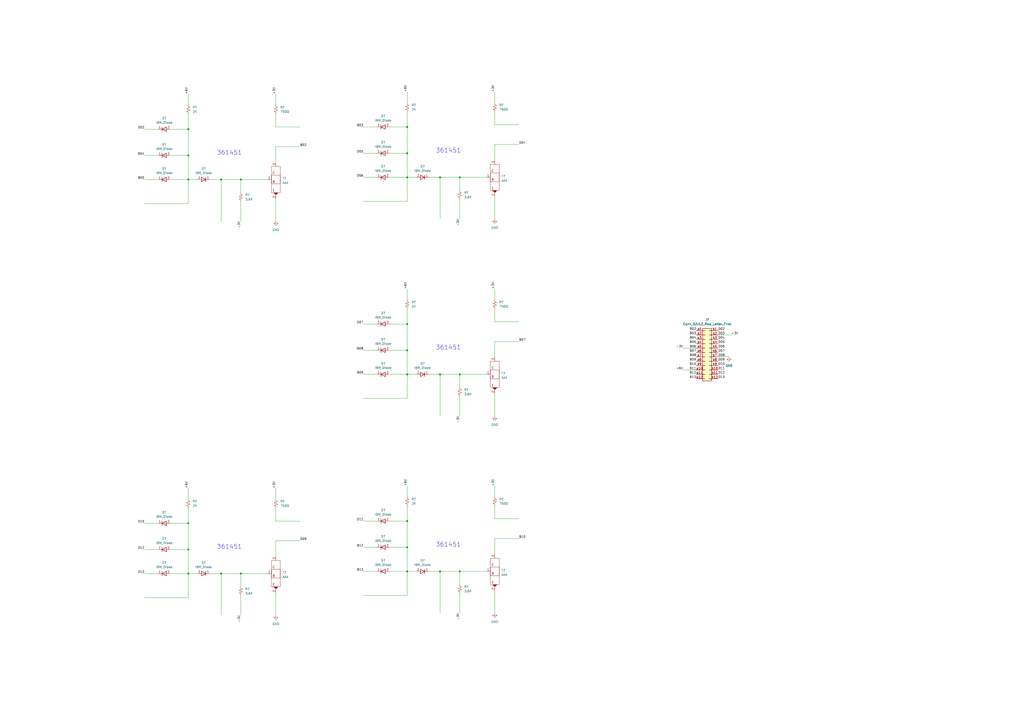
<source format=kicad_sch>
(kicad_sch (version 20211123) (generator eeschema)
  (paper "A2")
  (lib_symbols
    (symbol "Connector_Generic:Conn_02x12_Row_Letter_First" (pin_names (offset 1.016) hide)
      (property "Reference" "J" (at 1.27 15.24 0))
      (property "Value" "Conn_02x12_Row_Letter_First" (at 1.27 -17.78 0))
      (symbol "Conn_02x12_Row_Letter_First_1_1"
        (rectangle (start -1.27 -15.113) (end 0 -15.367) (stroke (width 0.1524)))
        (rectangle (start -1.27 -12.573) (end 0 -12.827) (stroke (width 0.1524)))
        (rectangle (start -1.27 -10.033) (end 0 -10.287) (stroke (width 0.1524)))
        (rectangle (start -1.27 -7.493) (end 0 -7.747) (stroke (width 0.1524)))
        (rectangle (start -1.27 -4.953) (end 0 -5.207) (stroke (width 0.1524)))
        (rectangle (start -1.27 -2.413) (end 0 -2.667) (stroke (width 0.1524)))
        (rectangle (start -1.27 0.127) (end 0 -0.127) (stroke (width 0.1524)))
        (rectangle (start -1.27 2.667) (end 0 2.413) (stroke (width 0.1524)))
        (rectangle (start -1.27 5.207) (end 0 4.953) (stroke (width 0.1524)))
        (rectangle (start -1.27 7.747) (end 0 7.493) (stroke (width 0.1524)))
        (rectangle (start -1.27 10.287) (end 0 10.033) (stroke (width 0.1524)))
        (rectangle (start -1.27 12.827) (end 0 12.573) (stroke (width 0.1524)))
        (rectangle (start -1.27 13.97) (end 3.81 -16.51) (stroke (width 0.254)) (fill (type background)))
        (rectangle (start 3.81 -15.113) (end 2.54 -15.367) (stroke (width 0.1524)))
        (rectangle (start 3.81 -12.573) (end 2.54 -12.827) (stroke (width 0.1524)))
        (rectangle (start 3.81 -10.033) (end 2.54 -10.287) (stroke (width 0.1524)))
        (rectangle (start 3.81 -7.493) (end 2.54 -7.747) (stroke (width 0.1524)))
        (rectangle (start 3.81 -4.953) (end 2.54 -5.207) (stroke (width 0.1524)))
        (rectangle (start 3.81 -2.413) (end 2.54 -2.667) (stroke (width 0.1524)))
        (rectangle (start 3.81 0.127) (end 2.54 -0.127) (stroke (width 0.1524)))
        (rectangle (start 3.81 2.667) (end 2.54 2.413) (stroke (width 0.1524)))
        (rectangle (start 3.81 5.207) (end 2.54 4.953) (stroke (width 0.1524)))
        (rectangle (start 3.81 7.747) (end 2.54 7.493) (stroke (width 0.1524)))
        (rectangle (start 3.81 10.287) (end 2.54 10.033) (stroke (width 0.1524)))
        (rectangle (start 3.81 12.827) (end 2.54 12.573) (stroke (width 0.1524)))
        (pin passive line (at -5.08 12.7 0) (length 3.81) (name "Pin_a1") (number "a1"))
        (pin passive line (at -5.08 -10.16 0) (length 3.81) (name "Pin_a10") (number "a10"))
        (pin passive line (at -5.08 -12.7 0) (length 3.81) (name "Pin_a11") (number "a11"))
        (pin passive line (at -5.08 -15.24 0) (length 3.81) (name "Pin_a12") (number "a12"))
        (pin passive line (at -5.08 10.16 0) (length 3.81) (name "Pin_a2") (number "a2"))
        (pin passive line (at -5.08 7.62 0) (length 3.81) (name "Pin_a3") (number "a3"))
        (pin passive line (at -5.08 5.08 0) (length 3.81) (name "Pin_a4") (number "a4"))
        (pin passive line (at -5.08 2.54 0) (length 3.81) (name "Pin_a5") (number "a5"))
        (pin passive line (at -5.08 0 0) (length 3.81) (name "Pin_a6") (number "a6"))
        (pin passive line (at -5.08 -2.54 0) (length 3.81) (name "Pin_a7") (number "a7"))
        (pin passive line (at -5.08 -5.08 0) (length 3.81) (name "Pin_a8") (number "a8"))
        (pin passive line (at -5.08 -7.62 0) (length 3.81) (name "Pin_a9") (number "a9"))
        (pin passive line (at 7.62 12.7 180) (length 3.81) (name "Pin_b1") (number "b1"))
        (pin passive line (at 7.62 -10.16 180) (length 3.81) (name "Pin_b10") (number "b10"))
        (pin passive line (at 7.62 -12.7 180) (length 3.81) (name "Pin_b11") (number "b11"))
        (pin passive line (at 7.62 -15.24 180) (length 3.81) (name "Pin_b12") (number "b12"))
        (pin passive line (at 7.62 10.16 180) (length 3.81) (name "Pin_b2") (number "b2"))
        (pin passive line (at 7.62 7.62 180) (length 3.81) (name "Pin_b3") (number "b3"))
        (pin passive line (at 7.62 5.08 180) (length 3.81) (name "Pin_b4") (number "b4"))
        (pin passive line (at 7.62 2.54 180) (length 3.81) (name "Pin_b5") (number "b5"))
        (pin passive line (at 7.62 0 180) (length 3.81) (name "Pin_b6") (number "b6"))
        (pin passive line (at 7.62 -2.54 180) (length 3.81) (name "Pin_b7") (number "b7"))
        (pin passive line (at 7.62 -5.08 180) (length 3.81) (name "Pin_b8") (number "b8"))
        (pin passive line (at 7.62 -7.62 180) (length 3.81) (name "Pin_b9") (number "b9"))
      )
    )
    (symbol "Device:R_Small_US" (pin_numbers hide) (pin_names (offset 0.254) hide)
      (property "Reference" "R" (at 0.762 0.508 0))
      (property "Value" "R_Small_US" (at 0.762 -1.016 0))
      (symbol "R_Small_US_1_1"
        (polyline (pts (xy 0 0) (xy 1.016 -0.381) (xy 0 -0.762) (xy -1.016 -1.143) (xy 0 -1.524)))
        (polyline (pts (xy 0 1.524) (xy 1.016 1.143) (xy 0 0.762) (xy -1.016 0.381) (xy 0 0)))
        (pin passive line (at 0 2.54 270) (length 1.016) (name "~") (number "1"))
        (pin passive line (at 0 -2.54 90) (length 1.016) (name "~") (number "2"))
      )
    )
    (symbol "IBM_SLT-SLD:IBM_Diode"
      (property "Reference" "D" (at 0 5.08 0))
      (property "Value" "IBM_Diode" (at 0 2.54 0))
      (symbol "IBM_Diode_0_1"
        (polyline (pts (xy -1.27 1.27) (xy -1.27 -1.27)) (stroke (width 0.254)))
        (polyline (pts (xy 1.27 0) (xy -1.27 0)))
        (polyline (pts (xy 1.27 1.27) (xy 1.27 -1.27) (xy -1.27 0) (xy 1.27 1.27)) (stroke (width 0.254)))
      )
      (symbol "IBM_Diode_1_1"
        (pin passive line (at -3.81 0 0) (length 2.54) (name "K") (number "1"))
        (pin passive line (at 3.81 0 180) (length 2.54) (name "A") (number "2"))
      )
    )
    (symbol "IBM_SLT-SLD:IBM_Transistor"
      (property "Reference" "T" (at 0 5.08 0))
      (property "Value" "IBM_Transistor" (at 7.62 8.89 0))
      (symbol "IBM_Transistor_0_0"
        (text "B" (at -1.27 -1.27 0) (effects (font (size 1.27 1.27))))
        (text "C" (at -1.27 3.81 0) (effects (font (size 1.27 1.27))))
        (text "E" (at -1.27 -6.35 0) (effects (font (size 1.27 1.27))))
      )
      (symbol "IBM_Transistor_0_1"
        (rectangle (start -2.54 2.54) (end 2.54 -2.54))
        (rectangle (start -2.54 7.62) (end 2.54 -7.62))
        (polyline (pts (xy -1.27 -7.62) (xy 0 -8.89) (xy 1.27 -7.62)) (fill (type outline)))
      )
      (symbol "IBM_Transistor_1_1"
        (pin passive line (at -5.08 0 0) (length 2.54) (name "B") (number "1"))
        (pin passive line (at 0 -11.43 90) (length 2.54) (name "E") (number "2"))
        (pin passive line (at 0 10.16 270) (length 2.54) (name "C") (number "3"))
      )
    )
    (symbol "power:GND" (power) (pin_names (offset 0))
      (property "Value" "GND" (at 0 -3.81 0))
      (symbol "GND_0_1"
        (polyline (pts (xy 0 0) (xy 0 -1.27) (xy 1.27 -1.27) (xy 0 -2.54) (xy -1.27 -1.27) (xy 0 -1.27)))
      )
      (symbol "GND_1_1"
        (pin power_in line (at 0 0 270) (length 0) hide (name "GND") (number "1"))
      )
    )
  )
  (junction (at 255.27 331.47))
  (junction (at 128.27 104.14))
  (junction (at 266.7 331.47))
  (junction (at 109.22 332.74))
  (junction (at 236.22 88.9))
  (junction (at 255.27 217.17))
  (junction (at 266.7 102.87))
  (junction (at 109.22 303.53))
  (junction (at 128.27 332.74))
  (junction (at 139.7 332.74))
  (junction (at 266.7 217.17))
  (junction (at 109.22 318.77))
  (junction (at 236.22 203.2))
  (junction (at 236.22 102.87))
  (junction (at 236.22 187.96))
  (junction (at 109.22 90.17))
  (junction (at 139.7 104.14))
  (junction (at 236.22 317.5))
  (junction (at 109.22 104.14))
  (junction (at 236.22 73.66))
  (junction (at 236.22 331.47))
  (junction (at 109.22 74.93))
  (junction (at 236.22 302.26))
  (junction (at 255.27 102.87))
  (junction (at 236.22 217.17))
  (wire (pts (xy 236.22 331.47) (xy 241.3 331.47)))
  (wire (pts (xy 287.02 300.99) (xy 300.99 300.99)))
  (wire (pts (xy 210.82 331.47) (xy 218.44 331.47)))
  (wire (pts (xy 266.7 344.17) (xy 266.7 355.6)))
  (wire (pts (xy 236.22 179.07) (xy 236.22 187.96)))
  (wire (pts (xy 210.82 102.87) (xy 218.44 102.87)))
  (wire (pts (xy 416.56 207.01) (xy 422.91 207.01)))
  (wire (pts (xy 236.22 317.5) (xy 236.22 331.47)))
  (wire (pts (xy 266.7 102.87) (xy 266.7 110.49)))
  (wire (pts (xy 287.02 179.07) (xy 287.02 186.69)))
  (wire (pts (xy 287.02 114.3) (xy 287.02 127)))
  (wire (pts (xy 236.22 217.17) (xy 241.3 217.17)))
  (wire (pts (xy 210.82 203.2) (xy 218.44 203.2)))
  (wire (pts (xy 287.02 281.94) (xy 287.02 288.29)))
  (wire (pts (xy 266.7 102.87) (xy 281.94 102.87)))
  (wire (pts (xy 139.7 332.74) (xy 154.94 332.74)))
  (wire (pts (xy 139.7 104.14) (xy 154.94 104.14)))
  (wire (pts (xy 287.02 83.82) (xy 300.99 83.82)))
  (wire (pts (xy 210.82 317.5) (xy 218.44 317.5)))
  (wire (pts (xy 160.02 283.21) (xy 160.02 289.56)))
  (wire (pts (xy 160.02 73.66) (xy 173.99 73.66)))
  (wire (pts (xy 109.22 303.53) (xy 99.06 303.53)))
  (wire (pts (xy 109.22 74.93) (xy 99.06 74.93)))
  (wire (pts (xy 255.27 102.87) (xy 266.7 102.87)))
  (wire (pts (xy 287.02 321.31) (xy 287.02 312.42)))
  (wire (pts (xy 287.02 342.9) (xy 287.02 355.6)))
  (wire (pts (xy 210.82 116.84) (xy 236.22 116.84)))
  (wire (pts (xy 109.22 303.53) (xy 109.22 318.77)))
  (wire (pts (xy 266.7 115.57) (xy 266.7 127)))
  (wire (pts (xy 266.7 331.47) (xy 281.94 331.47)))
  (wire (pts (xy 160.02 93.98) (xy 160.02 85.09)))
  (wire (pts (xy 266.7 229.87) (xy 266.7 241.3)))
  (wire (pts (xy 236.22 53.34) (xy 236.22 59.69)))
  (wire (pts (xy 287.02 207.01) (xy 287.02 198.12)))
  (wire (pts (xy 160.02 66.04) (xy 160.02 73.66)))
  (wire (pts (xy 160.02 85.09) (xy 173.99 85.09)))
  (wire (pts (xy 236.22 345.44) (xy 236.22 331.47)))
  (wire (pts (xy 236.22 88.9) (xy 236.22 102.87)))
  (wire (pts (xy 109.22 90.17) (xy 99.06 90.17)))
  (wire (pts (xy 236.22 203.2) (xy 226.06 203.2)))
  (wire (pts (xy 160.02 302.26) (xy 173.99 302.26)))
  (wire (pts (xy 83.82 104.14) (xy 91.44 104.14)))
  (wire (pts (xy 109.22 318.77) (xy 99.06 318.77)))
  (wire (pts (xy 287.02 186.69) (xy 300.99 186.69)))
  (wire (pts (xy 109.22 118.11) (xy 109.22 104.14)))
  (wire (pts (xy 139.7 116.84) (xy 139.7 128.27)))
  (wire (pts (xy 266.7 217.17) (xy 266.7 224.79)))
  (wire (pts (xy 139.7 332.74) (xy 139.7 340.36)))
  (wire (pts (xy 109.22 346.71) (xy 109.22 332.74)))
  (wire (pts (xy 160.02 54.61) (xy 160.02 60.96)))
  (wire (pts (xy 83.82 90.17) (xy 91.44 90.17)))
  (wire (pts (xy 83.82 303.53) (xy 91.44 303.53)))
  (wire (pts (xy 128.27 332.74) (xy 139.7 332.74)))
  (wire (pts (xy 226.06 217.17) (xy 236.22 217.17)))
  (wire (pts (xy 255.27 241.3) (xy 255.27 217.17)))
  (wire (pts (xy 255.27 331.47) (xy 266.7 331.47)))
  (wire (pts (xy 236.22 302.26) (xy 236.22 317.5)))
  (wire (pts (xy 236.22 231.14) (xy 236.22 217.17)))
  (wire (pts (xy 160.02 344.17) (xy 160.02 356.87)))
  (wire (pts (xy 287.02 53.34) (xy 287.02 59.69)))
  (wire (pts (xy 236.22 293.37) (xy 236.22 302.26)))
  (wire (pts (xy 210.82 302.26) (xy 218.44 302.26)))
  (wire (pts (xy 109.22 54.61) (xy 109.22 60.96)))
  (wire (pts (xy 83.82 118.11) (xy 109.22 118.11)))
  (wire (pts (xy 236.22 73.66) (xy 226.06 73.66)))
  (wire (pts (xy 160.02 313.69) (xy 173.99 313.69)))
  (wire (pts (xy 128.27 356.87) (xy 128.27 332.74)))
  (wire (pts (xy 236.22 64.77) (xy 236.22 73.66)))
  (wire (pts (xy 255.27 217.17) (xy 266.7 217.17)))
  (wire (pts (xy 128.27 128.27) (xy 128.27 104.14)))
  (wire (pts (xy 236.22 281.94) (xy 236.22 288.29)))
  (wire (pts (xy 287.02 64.77) (xy 287.02 72.39)))
  (wire (pts (xy 236.22 167.64) (xy 236.22 173.99)))
  (wire (pts (xy 83.82 74.93) (xy 91.44 74.93)))
  (wire (pts (xy 160.02 115.57) (xy 160.02 128.27)))
  (wire (pts (xy 109.22 104.14) (xy 114.3 104.14)))
  (wire (pts (xy 99.06 104.14) (xy 109.22 104.14)))
  (wire (pts (xy 287.02 198.12) (xy 300.99 198.12)))
  (wire (pts (xy 160.02 322.58) (xy 160.02 313.69)))
  (wire (pts (xy 139.7 345.44) (xy 139.7 356.87)))
  (wire (pts (xy 236.22 116.84) (xy 236.22 102.87)))
  (wire (pts (xy 248.92 331.47) (xy 255.27 331.47)))
  (wire (pts (xy 210.82 187.96) (xy 218.44 187.96)))
  (wire (pts (xy 210.82 73.66) (xy 218.44 73.66)))
  (wire (pts (xy 255.27 355.6) (xy 255.27 331.47)))
  (wire (pts (xy 109.22 90.17) (xy 109.22 104.14)))
  (wire (pts (xy 109.22 74.93) (xy 109.22 90.17)))
  (wire (pts (xy 287.02 312.42) (xy 300.99 312.42)))
  (wire (pts (xy 83.82 318.77) (xy 91.44 318.77)))
  (wire (pts (xy 83.82 332.74) (xy 91.44 332.74)))
  (wire (pts (xy 139.7 104.14) (xy 139.7 111.76)))
  (wire (pts (xy 236.22 203.2) (xy 236.22 217.17)))
  (wire (pts (xy 416.56 194.31) (xy 424.18 194.31)))
  (wire (pts (xy 83.82 346.71) (xy 109.22 346.71)))
  (wire (pts (xy 210.82 217.17) (xy 218.44 217.17)))
  (wire (pts (xy 109.22 294.64) (xy 109.22 303.53)))
  (wire (pts (xy 226.06 102.87) (xy 236.22 102.87)))
  (wire (pts (xy 109.22 318.77) (xy 109.22 332.74)))
  (wire (pts (xy 236.22 317.5) (xy 226.06 317.5)))
  (wire (pts (xy 236.22 88.9) (xy 226.06 88.9)))
  (wire (pts (xy 226.06 331.47) (xy 236.22 331.47)))
  (wire (pts (xy 396.24 214.63) (xy 403.86 214.63)))
  (wire (pts (xy 236.22 187.96) (xy 236.22 203.2)))
  (wire (pts (xy 255.27 127) (xy 255.27 102.87)))
  (wire (pts (xy 287.02 92.71) (xy 287.02 83.82)))
  (wire (pts (xy 109.22 66.04) (xy 109.22 74.93)))
  (wire (pts (xy 266.7 217.17) (xy 281.94 217.17)))
  (wire (pts (xy 236.22 302.26) (xy 226.06 302.26)))
  (wire (pts (xy 128.27 104.14) (xy 139.7 104.14)))
  (wire (pts (xy 287.02 228.6) (xy 287.02 241.3)))
  (wire (pts (xy 109.22 283.21) (xy 109.22 289.56)))
  (wire (pts (xy 236.22 73.66) (xy 236.22 88.9)))
  (wire (pts (xy 287.02 167.64) (xy 287.02 173.99)))
  (wire (pts (xy 287.02 293.37) (xy 287.02 300.99)))
  (wire (pts (xy 210.82 231.14) (xy 236.22 231.14)))
  (wire (pts (xy 248.92 217.17) (xy 255.27 217.17)))
  (wire (pts (xy 121.92 104.14) (xy 128.27 104.14)))
  (wire (pts (xy 121.92 332.74) (xy 128.27 332.74)))
  (wire (pts (xy 266.7 331.47) (xy 266.7 339.09)))
  (wire (pts (xy 236.22 102.87) (xy 241.3 102.87)))
  (wire (pts (xy 236.22 187.96) (xy 226.06 187.96)))
  (wire (pts (xy 109.22 332.74) (xy 114.3 332.74)))
  (wire (pts (xy 160.02 294.64) (xy 160.02 302.26)))
  (wire (pts (xy 396.24 201.93) (xy 403.86 201.93)))
  (wire (pts (xy 210.82 345.44) (xy 236.22 345.44)))
  (wire (pts (xy 287.02 72.39) (xy 300.99 72.39)))
  (wire (pts (xy 248.92 102.87) (xy 255.27 102.87)))
  (wire (pts (xy 99.06 332.74) (xy 109.22 332.74)))
  (wire (pts (xy 210.82 88.9) (xy 218.44 88.9)))
  (text "361451" (at 125.73 318.77 0) (effects (font (size 2.54 2.54)) (justify left bottom)))
  (text "361451" (at 125.73 90.17 0) (effects (font (size 2.54 2.54)) (justify left bottom)))
  (text "361451" (at 252.73 203.2 0) (effects (font (size 2.54 2.54)) (justify left bottom)))
  (text "361451" (at 252.73 88.9 0) (effects (font (size 2.54 2.54)) (justify left bottom)))
  (text "361451" (at 252.73 317.5 0) (effects (font (size 2.54 2.54)) (justify left bottom)))
  (label "B13" (at 210.82 331.47 180))
  (label "-3V" (at 266.7 241.3 270))
  (label "B07" (at 300.99 198.12 0))
  (label "+3V" (at 424.18 194.31 0))
  (label "B02" (at 173.99 85.09 0))
  (label "-3V" (at 396.24 201.93 180))
  (label "B04" (at 83.82 90.17 180))
  (label "D06" (at 416.56 201.93 0))
  (label "+6V" (at 396.24 214.63 180))
  (label "D13" (at 416.56 219.71 0))
  (label "D12" (at 83.82 318.77 180))
  (label "D09" (at 416.56 209.55 0))
  (label "+3V" (at 160.02 283.21 90))
  (label "B10" (at 300.99 312.42 0))
  (label "B12" (at 403.86 217.17 180))
  (label "B02" (at 403.86 191.77 180))
  (label "+6V" (at 236.22 281.94 90))
  (label "+3V" (at 287.02 53.34 90))
  (label "D05" (at 210.82 88.9 180))
  (label "B11" (at 403.86 214.63 180))
  (label "D06" (at 210.82 102.87 180))
  (label "D07" (at 416.56 204.47 0))
  (label "+6V" (at 236.22 167.64 90))
  (label "D07" (at 210.82 187.96 180))
  (label "-3V" (at 139.7 356.87 270))
  (label "B10" (at 403.86 212.09 180))
  (label "B09" (at 403.86 209.55 180))
  (label "D02" (at 416.56 191.77 0))
  (label "B05" (at 403.86 199.39 180))
  (label "B09" (at 210.82 217.17 180))
  (label "-3V" (at 266.7 355.6 270))
  (label "B05" (at 83.82 104.14 180))
  (label "D13" (at 83.82 332.74 180))
  (label "B04" (at 403.86 196.85 180))
  (label "D04" (at 300.99 83.82 0))
  (label "+6V" (at 236.22 53.34 90))
  (label "D05" (at 416.56 199.39 0))
  (label "B13" (at 403.86 219.71 180))
  (label "D11" (at 416.56 214.63 0))
  (label "B08" (at 403.86 207.01 180))
  (label "D02" (at 83.82 74.93 180))
  (label "+3V" (at 287.02 167.64 90))
  (label "D11" (at 210.82 302.26 180))
  (label "B08" (at 210.82 203.2 180))
  (label "D04" (at 416.56 196.85 0))
  (label "B03" (at 403.86 194.31 180))
  (label "-3V" (at 139.7 128.27 270))
  (label "B06" (at 403.86 201.93 180))
  (label "D12" (at 416.56 217.17 0))
  (label "+6V" (at 109.22 54.61 90))
  (label "D08" (at 416.56 207.01 0))
  (label "B07" (at 403.86 204.47 180))
  (label "D03" (at 416.56 194.31 0))
  (label "B12" (at 210.82 317.5 180))
  (label "D10" (at 416.56 212.09 0))
  (label "D09" (at 173.99 313.69 0))
  (label "B03" (at 210.82 73.66 180))
  (label "+3V" (at 160.02 54.61 90))
  (label "+3V" (at 287.02 281.94 90))
  (label "D10" (at 83.82 303.53 180))
  (label "+6V" (at 109.22 283.21 90))
  (label "-3V" (at 266.7 127 270))
  (symbol (lib_id "Device:R_Small_US") (at 139.7 342.9 0) (unit 1)
    (property "Reference" "R?" (at 142.24 341.6299 0) (effects (justify left)))
    (property "Value" "3.6K" (at 142.24 344.1699 0) (effects (justify left)))
    (property "Footprint" "Resistor_SMD:R_0201_0603Metric" (effects hide))
  )
  (symbol (lib_id "IBM_SLT-SLD:IBM_Diode") (at 222.25 217.17 0) (unit 1)
    (property "Reference" "D?" (at 222.25 210.82 0))
    (property "Value" "IBM_Diode" (at 222.25 213.36 0))
    (property "Footprint" "Diode_SMD:D_0201_0603Metric" (effects hide))
  )
  (symbol (lib_id "IBM_SLT-SLD:IBM_Diode") (at 222.25 302.26 0) (unit 1)
    (property "Reference" "D?" (at 222.25 295.91 0))
    (property "Value" "IBM_Diode" (at 222.25 298.45 0))
    (property "Footprint" "Diode_SMD:D_0201_0603Metric" (effects hide))
  )
  (symbol (lib_id "IBM_SLT-SLD:IBM_Diode") (at 222.25 88.9 0) (unit 1)
    (property "Reference" "D?" (at 222.25 82.55 0))
    (property "Value" "IBM_Diode" (at 222.25 85.09 0))
    (property "Footprint" "Diode_SMD:D_0201_0603Metric" (effects hide))
  )
  (symbol (lib_id "IBM_SLT-SLD:IBM_Transistor") (at 160.02 104.14 0) (unit 1)
    (property "Reference" "T?" (at 163.83 103.5049 0) (effects (justify left)))
    (property "Value" "AAA" (at 163.83 106.0449 0) (effects (justify left)))
    (property "Footprint" "Package_TO_SOT_SMD:SOT-883" (effects hide))
  )
  (symbol (lib_id "IBM_SLT-SLD:IBM_Diode") (at 222.25 331.47 0) (unit 1)
    (property "Reference" "D?" (at 222.25 325.12 0))
    (property "Value" "IBM_Diode" (at 222.25 327.66 0))
    (property "Footprint" "Diode_SMD:D_0201_0603Metric" (effects hide))
  )
  (symbol (lib_id "Device:R_Small_US") (at 287.02 62.23 0) (unit 1)
    (property "Reference" "R?" (at 289.56 60.9599 0) (effects (justify left)))
    (property "Value" "750Ω" (at 289.56 63.4999 0) (effects (justify left)))
    (property "Footprint" "Resistor_SMD:R_0201_0603Metric" (effects hide))
  )
  (symbol (lib_id "IBM_SLT-SLD:IBM_Diode") (at 222.25 317.5 0) (unit 1)
    (property "Reference" "D?" (at 222.25 311.15 0))
    (property "Value" "IBM_Diode" (at 222.25 313.69 0))
    (property "Footprint" "Diode_SMD:D_0201_0603Metric" (effects hide))
  )
  (symbol (lib_id "IBM_SLT-SLD:IBM_Diode") (at 222.25 73.66 0) (unit 1)
    (property "Reference" "D?" (at 222.25 67.31 0))
    (property "Value" "IBM_Diode" (at 222.25 69.85 0))
    (property "Footprint" "Diode_SMD:D_0201_0603Metric" (effects hide))
  )
  (symbol (lib_id "Device:R_Small_US") (at 160.02 292.1 0) (unit 1)
    (property "Reference" "R?" (at 162.56 290.8299 0) (effects (justify left)))
    (property "Value" "750Ω" (at 162.56 293.3699 0) (effects (justify left)))
    (property "Footprint" "Resistor_SMD:R_0201_0603Metric" (effects hide))
  )
  (symbol (lib_id "IBM_SLT-SLD:IBM_Diode") (at 118.11 104.14 180) (unit 1)
    (property "Reference" "D?" (at 118.11 97.79 0))
    (property "Value" "IBM_Diode" (at 118.11 100.33 0))
    (property "Footprint" "Diode_SMD:D_0201_0603Metric" (effects hide))
  )
  (symbol (lib_id "IBM_SLT-SLD:IBM_Diode") (at 95.25 318.77 0) (unit 1)
    (property "Reference" "D?" (at 95.25 312.42 0))
    (property "Value" "IBM_Diode" (at 95.25 314.96 0))
    (property "Footprint" "Diode_SMD:D_0201_0603Metric" (effects hide))
  )
  (symbol (lib_id "Device:R_Small_US") (at 236.22 176.53 0) (unit 1)
    (property "Reference" "R?" (at 238.76 175.2599 0) (effects (justify left)))
    (property "Value" "2K" (at 238.76 177.7999 0) (effects (justify left)))
    (property "Footprint" "Resistor_SMD:R_0201_0603Metric" (effects hide))
  )
  (symbol (lib_id "IBM_SLT-SLD:IBM_Transistor") (at 287.02 217.17 0) (unit 1)
    (property "Reference" "T?" (at 290.83 216.5349 0) (effects (justify left)))
    (property "Value" "AAA" (at 290.83 219.0749 0) (effects (justify left)))
    (property "Footprint" "Package_TO_SOT_SMD:SOT-883" (effects hide))
  )
  (symbol (lib_id "Device:R_Small_US") (at 266.7 227.33 0) (unit 1)
    (property "Reference" "R?" (at 269.24 226.0599 0) (effects (justify left)))
    (property "Value" "3.6K" (at 269.24 228.5999 0) (effects (justify left)))
    (property "Footprint" "Resistor_SMD:R_0201_0603Metric" (effects hide))
  )
  (symbol (lib_id "Device:R_Small_US") (at 287.02 290.83 0) (unit 1)
    (property "Reference" "R?" (at 289.56 289.5599 0) (effects (justify left)))
    (property "Value" "750Ω" (at 289.56 292.0999 0) (effects (justify left)))
    (property "Footprint" "Resistor_SMD:R_0201_0603Metric" (effects hide))
  )
  (symbol (lib_id "IBM_SLT-SLD:IBM_Diode") (at 222.25 187.96 0) (unit 1)
    (property "Reference" "D?" (at 222.25 181.61 0))
    (property "Value" "IBM_Diode" (at 222.25 184.15 0))
    (property "Footprint" "Diode_SMD:D_0201_0603Metric" (effects hide))
  )
  (symbol (lib_id "power:GND") (at 287.02 127 0) (unit 1)
    (property "Reference" "#PWR?" (effects hide))
    (property "Value" "GND" (at 287.02 132.08 0))
  )
  (symbol (lib_id "IBM_SLT-SLD:IBM_Diode") (at 245.11 331.47 180) (unit 1)
    (property "Reference" "D?" (at 245.11 325.12 0))
    (property "Value" "IBM_Diode" (at 245.11 327.66 0))
    (property "Footprint" "Diode_SMD:D_0201_0603Metric" (effects hide))
  )
  (symbol (lib_id "power:GND") (at 287.02 241.3 0) (unit 1)
    (property "Reference" "#PWR?" (effects hide))
    (property "Value" "GND" (at 287.02 246.38 0))
  )
  (symbol (lib_id "Device:R_Small_US") (at 139.7 114.3 0) (unit 1)
    (property "Reference" "R?" (at 142.24 113.0299 0) (effects (justify left)))
    (property "Value" "3.6K" (at 142.24 115.5699 0) (effects (justify left)))
    (property "Footprint" "Resistor_SMD:R_0201_0603Metric" (effects hide))
  )
  (symbol (lib_id "power:GND") (at 287.02 355.6 0) (unit 1)
    (property "Reference" "#PWR?" (effects hide))
    (property "Value" "GND" (at 287.02 360.68 0))
  )
  (symbol (lib_id "IBM_SLT-SLD:IBM_Diode") (at 95.25 303.53 0) (unit 1)
    (property "Reference" "D?" (at 95.25 297.18 0))
    (property "Value" "IBM_Diode" (at 95.25 299.72 0))
    (property "Footprint" "Diode_SMD:D_0201_0603Metric" (effects hide))
  )
  (symbol (lib_id "power:GND") (at 160.02 128.27 0) (unit 1)
    (property "Reference" "#PWR?" (effects hide))
    (property "Value" "GND" (at 160.02 133.35 0))
  )
  (symbol (lib_id "IBM_SLT-SLD:IBM_Diode") (at 222.25 203.2 0) (unit 1)
    (property "Reference" "D?" (at 222.25 196.85 0))
    (property "Value" "IBM_Diode" (at 222.25 199.39 0))
    (property "Footprint" "Diode_SMD:D_0201_0603Metric" (effects hide))
  )
  (symbol (lib_id "Device:R_Small_US") (at 160.02 63.5 0) (unit 1)
    (property "Reference" "R?" (at 162.56 62.2299 0) (effects (justify left)))
    (property "Value" "750Ω" (at 162.56 64.7699 0) (effects (justify left)))
    (property "Footprint" "Resistor_SMD:R_0201_0603Metric" (effects hide))
  )
  (symbol (lib_id "IBM_SLT-SLD:IBM_Diode") (at 222.25 102.87 0) (unit 1)
    (property "Reference" "D?" (at 222.25 96.52 0))
    (property "Value" "IBM_Diode" (at 222.25 99.06 0))
    (property "Footprint" "Diode_SMD:D_0201_0603Metric" (effects hide))
  )
  (symbol (lib_id "IBM_SLT-SLD:IBM_Transistor") (at 287.02 331.47 0) (unit 1)
    (property "Reference" "T?" (at 290.83 330.8349 0) (effects (justify left)))
    (property "Value" "AAA" (at 290.83 333.3749 0) (effects (justify left)))
    (property "Footprint" "Package_TO_SOT_SMD:SOT-883" (effects hide))
  )
  (symbol (lib_id "Device:R_Small_US") (at 109.22 63.5 0) (unit 1)
    (property "Reference" "R?" (at 111.76 62.2299 0) (effects (justify left)))
    (property "Value" "2K" (at 111.76 64.7699 0) (effects (justify left)))
    (property "Footprint" "Resistor_SMD:R_0201_0603Metric" (effects hide))
  )
  (symbol (lib_id "IBM_SLT-SLD:IBM_Transistor") (at 287.02 102.87 0) (unit 1)
    (property "Reference" "T?" (at 290.83 102.2349 0) (effects (justify left)))
    (property "Value" "AAA" (at 290.83 104.7749 0) (effects (justify left)))
    (property "Footprint" "Package_TO_SOT_SMD:SOT-883" (effects hide))
  )
  (symbol (lib_id "IBM_SLT-SLD:IBM_Diode") (at 95.25 104.14 0) (unit 1)
    (property "Reference" "D?" (at 95.25 97.79 0))
    (property "Value" "IBM_Diode" (at 95.25 100.33 0))
    (property "Footprint" "Diode_SMD:D_0201_0603Metric" (effects hide))
  )
  (symbol (lib_id "Device:R_Small_US") (at 287.02 176.53 0) (unit 1)
    (property "Reference" "R?" (at 289.56 175.2599 0) (effects (justify left)))
    (property "Value" "750Ω" (at 289.56 177.7999 0) (effects (justify left)))
    (property "Footprint" "Resistor_SMD:R_0201_0603Metric" (effects hide))
  )
  (symbol (lib_id "IBM_SLT-SLD:IBM_Diode") (at 95.25 332.74 0) (unit 1)
    (property "Reference" "D?" (at 95.25 326.39 0))
    (property "Value" "IBM_Diode" (at 95.25 328.93 0))
    (property "Footprint" "Diode_SMD:D_0201_0603Metric" (effects hide))
  )
  (symbol (lib_id "power:GND") (at 422.91 207.01 0) (unit 1)
    (property "Reference" "#PWR?" (effects hide))
    (property "Value" "GND" (at 422.91 212.09 0))
  )
  (symbol (lib_id "IBM_SLT-SLD:IBM_Diode") (at 245.11 217.17 180) (unit 1)
    (property "Reference" "D?" (at 245.11 210.82 0))
    (property "Value" "IBM_Diode" (at 245.11 213.36 0))
    (property "Footprint" "Diode_SMD:D_0201_0603Metric" (effects hide))
  )
  (symbol (lib_id "power:GND") (at 160.02 356.87 0) (unit 1)
    (property "Reference" "#PWR?" (effects hide))
    (property "Value" "GND" (at 160.02 361.95 0))
  )
  (symbol (lib_id "IBM_SLT-SLD:IBM_Diode") (at 245.11 102.87 180) (unit 1)
    (property "Reference" "D?" (at 245.11 96.52 0))
    (property "Value" "IBM_Diode" (at 245.11 99.06 0))
    (property "Footprint" "Diode_SMD:D_0201_0603Metric" (effects hide))
  )
  (symbol (lib_id "IBM_SLT-SLD:IBM_Diode") (at 95.25 90.17 0) (unit 1)
    (property "Reference" "D?" (at 95.25 83.82 0))
    (property "Value" "IBM_Diode" (at 95.25 86.36 0))
    (property "Footprint" "Diode_SMD:D_0201_0603Metric" (effects hide))
  )
  (symbol (lib_id "Device:R_Small_US") (at 109.22 292.1 0) (unit 1)
    (property "Reference" "R?" (at 111.76 290.8299 0) (effects (justify left)))
    (property "Value" "2K" (at 111.76 293.3699 0) (effects (justify left)))
    (property "Footprint" "Resistor_SMD:R_0201_0603Metric" (effects hide))
  )
  (symbol (lib_id "IBM_SLT-SLD:IBM_Diode") (at 118.11 332.74 180) (unit 1)
    (property "Reference" "D?" (at 118.11 326.39 0))
    (property "Value" "IBM_Diode" (at 118.11 328.93 0))
    (property "Footprint" "Diode_SMD:D_0201_0603Metric" (effects hide))
  )
  (symbol (lib_id "Device:R_Small_US") (at 236.22 62.23 0) (unit 1)
    (property "Reference" "R?" (at 238.76 60.9599 0) (effects (justify left)))
    (property "Value" "2K" (at 238.76 63.4999 0) (effects (justify left)))
    (property "Footprint" "Resistor_SMD:R_0201_0603Metric" (effects hide))
  )
  (symbol (lib_id "IBM_SLT-SLD:IBM_Transistor") (at 160.02 332.74 0) (unit 1)
    (property "Reference" "T?" (at 163.83 332.1049 0) (effects (justify left)))
    (property "Value" "AAA" (at 163.83 334.6449 0) (effects (justify left)))
    (property "Footprint" "Package_TO_SOT_SMD:SOT-883" (effects hide))
  )
  (symbol (lib_id "Connector_Generic:Conn_02x12_Row_Letter_First") (at 408.94 204.47 0) (unit 1)
    (property "Reference" "J?" (at 410.21 185.42 0))
    (property "Value" "Conn_02x12_Row_Letter_First" (at 410.21 187.96 0))
  )
  (symbol (lib_id "IBM_SLT-SLD:IBM_Diode") (at 95.25 74.93 0) (unit 1)
    (property "Reference" "D?" (at 95.25 68.58 0))
    (property "Value" "IBM_Diode" (at 95.25 71.12 0))
    (property "Footprint" "Diode_SMD:D_0201_0603Metric" (effects hide))
  )
  (symbol (lib_id "Device:R_Small_US") (at 266.7 341.63 0) (unit 1)
    (property "Reference" "R?" (at 269.24 340.3599 0) (effects (justify left)))
    (property "Value" "3.6K" (at 269.24 342.8999 0) (effects (justify left)))
    (property "Footprint" "Resistor_SMD:R_0201_0603Metric" (effects hide))
  )
  (symbol (lib_id "Device:R_Small_US") (at 236.22 290.83 0) (unit 1)
    (property "Reference" "R?" (at 238.76 289.5599 0) (effects (justify left)))
    (property "Value" "2K" (at 238.76 292.0999 0) (effects (justify left)))
    (property "Footprint" "Resistor_SMD:R_0201_0603Metric" (effects hide))
  )
  (symbol (lib_id "Device:R_Small_US") (at 266.7 113.03 0) (unit 1)
    (property "Reference" "R?" (at 269.24 111.7599 0) (effects (justify left)))
    (property "Value" "3.6K" (at 269.24 114.2999 0) (effects (justify left)))
    (property "Footprint" "Resistor_SMD:R_0201_0603Metric" (effects hide))
  )
)
</source>
